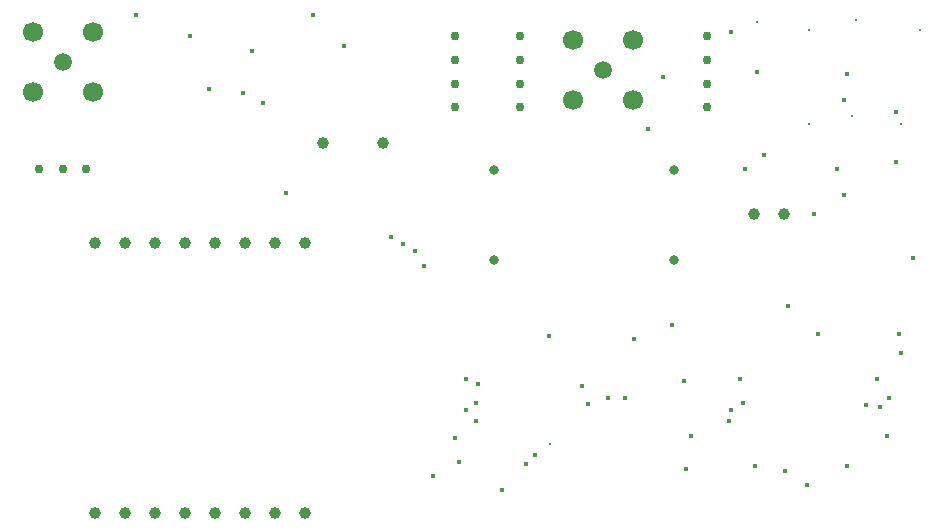
<source format=gbr>
%TF.GenerationSoftware,KiCad,Pcbnew,(6.0.7)*%
%TF.CreationDate,2023-09-13T17:05:06+02:00*%
%TF.ProjectId,freqcount1.1,66726571-636f-4756-9e74-312e312e6b69,rev?*%
%TF.SameCoordinates,PX2562500PY632ea00*%
%TF.FileFunction,Plated,1,2,PTH,Drill*%
%TF.FilePolarity,Positive*%
%FSLAX46Y46*%
G04 Gerber Fmt 4.6, Leading zero omitted, Abs format (unit mm)*
G04 Created by KiCad (PCBNEW (6.0.7)) date 2023-09-13 17:05:06*
%MOMM*%
%LPD*%
G01*
G04 APERTURE LIST*
%TA.AperFunction,ViaDrill*%
%ADD10C,0.300000*%
%TD*%
%TA.AperFunction,ViaDrill*%
%ADD11C,0.400000*%
%TD*%
%TA.AperFunction,ComponentDrill*%
%ADD12C,0.750000*%
%TD*%
%TA.AperFunction,ComponentDrill*%
%ADD13C,0.800000*%
%TD*%
%TA.AperFunction,ComponentDrill*%
%ADD14C,1.000000*%
%TD*%
%TA.AperFunction,ComponentDrill*%
%ADD15C,1.500000*%
%TD*%
%TA.AperFunction,ComponentDrill*%
%ADD16C,1.700000*%
%TD*%
G04 APERTURE END LIST*
D10*
X47282557Y8275001D03*
X64816798Y44025001D03*
X69183202Y43374999D03*
X69183202Y35374999D03*
X72816798Y36025001D03*
X73200000Y44200000D03*
X77000000Y35400000D03*
X78616798Y43374999D03*
D11*
X12200000Y44600000D03*
X16800000Y42800000D03*
X18425000Y38375000D03*
X21250000Y38050000D03*
X22000000Y41600000D03*
X23000000Y37200000D03*
X24907500Y29507500D03*
X27200000Y44600000D03*
X29800000Y42000000D03*
X33800000Y25800000D03*
X34800000Y25200000D03*
X35800000Y24600000D03*
X36600000Y23400000D03*
X37400000Y5600000D03*
X39200000Y8800000D03*
X39600000Y6800000D03*
X40200000Y13800000D03*
X40200000Y11200000D03*
X41000000Y11800000D03*
X41000000Y10200000D03*
X41200000Y13400000D03*
X43200000Y4400000D03*
X45200000Y6600000D03*
X46000000Y7400000D03*
X47200000Y17400000D03*
X50000000Y13200000D03*
X50487701Y11687701D03*
X52200000Y12200000D03*
X53600000Y12200000D03*
X54400000Y17200000D03*
X55600000Y35000000D03*
X56800000Y39400000D03*
X57600000Y18400000D03*
X58600000Y13600000D03*
X58800000Y6200000D03*
X59200000Y9000000D03*
X62400000Y10200000D03*
X62600000Y43200000D03*
X62600000Y11200000D03*
X63400000Y13800000D03*
X63600000Y11800000D03*
X63800000Y31600000D03*
X64600000Y6400000D03*
X64800000Y39800000D03*
X65375000Y32775000D03*
X67200000Y6000000D03*
X67400000Y20000000D03*
X69000000Y4800000D03*
X69600000Y27800000D03*
X70000000Y17600000D03*
X71600000Y31600000D03*
X72200000Y37400000D03*
X72200000Y29400000D03*
X72400000Y39600000D03*
X72400000Y6400000D03*
X74000000Y11600000D03*
X75000000Y13800000D03*
X75212299Y11412299D03*
X75800000Y9000000D03*
X76000000Y12200000D03*
X76600000Y36400000D03*
X76600000Y32200000D03*
X76800000Y17600000D03*
X77019799Y16019799D03*
X78000000Y24000000D03*
D12*
%TO.C,J2*%
X4000000Y31600000D03*
X6000000Y31600000D03*
X8000000Y31600000D03*
%TO.C,J6*%
X39200000Y42800000D03*
X39200000Y40800000D03*
X39200000Y38800000D03*
X39200000Y36800000D03*
%TO.C,J3*%
X44750000Y42800000D03*
X44750000Y40800000D03*
X44750000Y38800000D03*
X44750000Y36800000D03*
%TO.C,J1*%
X60550000Y42800000D03*
X60550000Y40800000D03*
X60550000Y38800000D03*
X60550000Y36800000D03*
D13*
%TO.C,QA1*%
X42549000Y31525000D03*
X42549000Y23905000D03*
X57789000Y31525000D03*
X57789000Y23905000D03*
D14*
%TO.C,U11*%
X8710000Y25275000D03*
X8710000Y2415000D03*
X11250000Y25275000D03*
X11250000Y2415000D03*
X13790000Y25275000D03*
X13790000Y2415000D03*
X16330000Y25275000D03*
X16330000Y2415000D03*
X18870000Y25275000D03*
X18870000Y2415000D03*
X21410000Y25275000D03*
X21410000Y2415000D03*
X23950000Y25275000D03*
X23950000Y2415000D03*
X26490000Y25275000D03*
X26490000Y2415000D03*
%TO.C,F1*%
X28060000Y33810000D03*
X33140000Y33800000D03*
%TO.C,JP1*%
X64525000Y27800000D03*
X67065000Y27800000D03*
D15*
%TO.C,J4*%
X6000000Y40600000D03*
%TO.C,J5*%
X51800000Y40000000D03*
D16*
%TO.C,J4*%
X3460000Y43140000D03*
X3460000Y38060000D03*
X8540000Y43140000D03*
X8540000Y38060000D03*
%TO.C,J5*%
X49260000Y42540000D03*
X49260000Y37460000D03*
X54340000Y42540000D03*
X54340000Y37460000D03*
M02*

</source>
